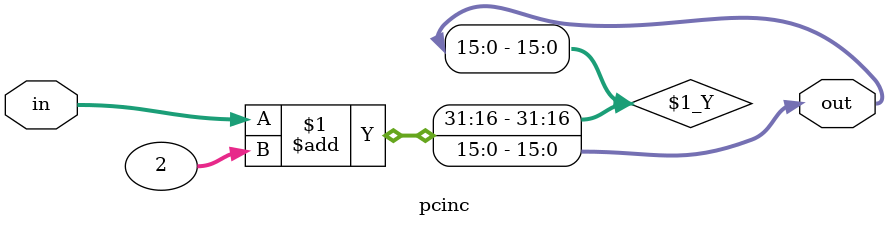
<source format=v>
/* Module: pcinc();
*
*  Parameter:
*      In:      in - 16-bit input value
*      Out:     out - 16-bit incremented output value
*
*  Description: The module outputs the input value incremented by 2.
*
*  Author: Patrick Reynolds
*/

module pcinc (
	in,
	out
);

input wire [15:0] in;
output [15:0] out;

assign out = in + 2;

endmodule
</source>
